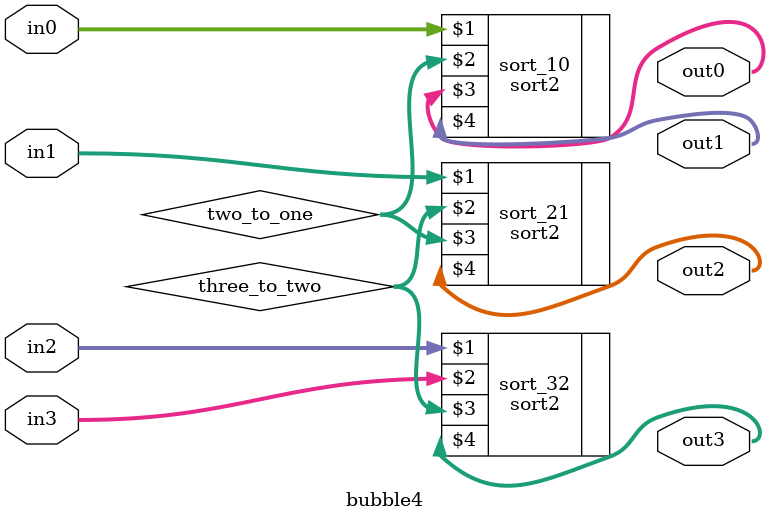
<source format=v>
module bubble4(

	input [3:0] in0,
    input [3:0] in1,
    input [3:0] in2,
    input [3:0] in3,

	output [3:0] out0,
    output [3:0] out1,
    output [3:0] out2,
    output [3:0] out3
);
wire [3:0] three_to_two;
wire [3:0] two_to_one;

sort2 sort_32 (in2, in3, three_to_two,out3);
sort2 sort_21 (in1, three_to_two, two_to_one, out2);
sort2 sort_10 (in0, two_to_one, out0, out1);


endmodule

</source>
